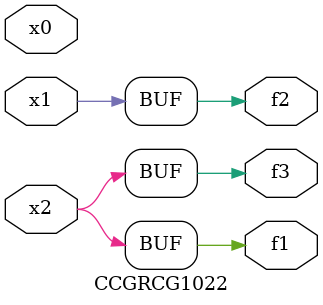
<source format=v>
module CCGRCG1022(
	input x0, x1, x2,
	output f1, f2, f3
);
	assign f1 = x2;
	assign f2 = x1;
	assign f3 = x2;
endmodule

</source>
